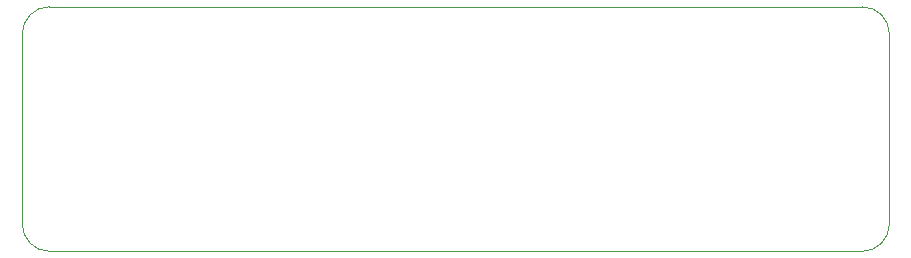
<source format=gbr>
G04 #@! TF.GenerationSoftware,KiCad,Pcbnew,(5.1.5)-3*
G04 #@! TF.CreationDate,2020-02-22T19:18:29-08:00*
G04 #@! TF.ProjectId,ESP07,45535030-372e-46b6-9963-61645f706362,rev?*
G04 #@! TF.SameCoordinates,Original*
G04 #@! TF.FileFunction,Profile,NP*
%FSLAX46Y46*%
G04 Gerber Fmt 4.6, Leading zero omitted, Abs format (unit mm)*
G04 Created by KiCad (PCBNEW (5.1.5)-3) date 2020-02-22 19:18:29*
%MOMM*%
%LPD*%
G04 APERTURE LIST*
%ADD10C,0.100000*%
G04 APERTURE END LIST*
D10*
X128778000Y-92202000D02*
G75*
G02X131064000Y-89916000I2286000J0D01*
G01*
X199898000Y-89916000D02*
G75*
G02X202184000Y-92202000I0J-2286000D01*
G01*
X202184000Y-108331000D02*
G75*
G02X199898000Y-110617000I-2286000J0D01*
G01*
X131064000Y-110617000D02*
G75*
G02X128778000Y-108331000I0J2286000D01*
G01*
X131064000Y-89916000D02*
X199898000Y-89916000D01*
X128778000Y-108331000D02*
X128778000Y-92202000D01*
X199898000Y-110617000D02*
X131064000Y-110617000D01*
X202184000Y-92202000D02*
X202184000Y-108331000D01*
M02*

</source>
